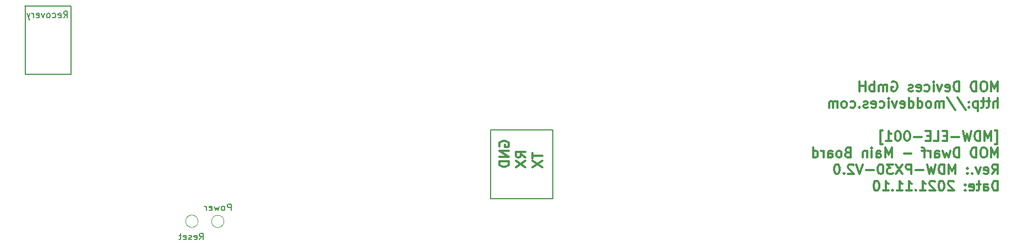
<source format=gbr>
G04 #@! TF.GenerationSoftware,KiCad,Pcbnew,5.1.11-e4df9d881f~92~ubuntu20.04.1*
G04 #@! TF.CreationDate,2021-12-20T18:09:23+01:00*
G04 #@! TF.ProjectId,bottom-board,626f7474-6f6d-42d6-926f-6172642e6b69,rev?*
G04 #@! TF.SameCoordinates,Original*
G04 #@! TF.FileFunction,Legend,Bot*
G04 #@! TF.FilePolarity,Positive*
%FSLAX46Y46*%
G04 Gerber Fmt 4.6, Leading zero omitted, Abs format (unit mm)*
G04 Created by KiCad (PCBNEW 5.1.11-e4df9d881f~92~ubuntu20.04.1) date 2021-12-20 18:09:23*
%MOMM*%
%LPD*%
G01*
G04 APERTURE LIST*
%ADD10C,0.150000*%
%ADD11C,0.300000*%
%ADD12C,0.200000*%
%ADD13C,0.120000*%
G04 APERTURE END LIST*
D10*
X166272300Y-126858700D02*
X166246900Y-116279600D01*
X175797300Y-126858700D02*
X166272300Y-126858700D01*
X175784600Y-116254200D02*
X175797300Y-126858700D01*
X166246900Y-116266900D02*
X175784600Y-116254200D01*
D11*
X244207857Y-110338571D02*
X244207857Y-108838571D01*
X243707857Y-109910000D01*
X243207857Y-108838571D01*
X243207857Y-110338571D01*
X242207857Y-108838571D02*
X241922142Y-108838571D01*
X241779285Y-108910000D01*
X241636428Y-109052857D01*
X241565000Y-109338571D01*
X241565000Y-109838571D01*
X241636428Y-110124285D01*
X241779285Y-110267142D01*
X241922142Y-110338571D01*
X242207857Y-110338571D01*
X242350714Y-110267142D01*
X242493571Y-110124285D01*
X242565000Y-109838571D01*
X242565000Y-109338571D01*
X242493571Y-109052857D01*
X242350714Y-108910000D01*
X242207857Y-108838571D01*
X240922142Y-110338571D02*
X240922142Y-108838571D01*
X240565000Y-108838571D01*
X240350714Y-108910000D01*
X240207857Y-109052857D01*
X240136428Y-109195714D01*
X240065000Y-109481428D01*
X240065000Y-109695714D01*
X240136428Y-109981428D01*
X240207857Y-110124285D01*
X240350714Y-110267142D01*
X240565000Y-110338571D01*
X240922142Y-110338571D01*
X238279285Y-110338571D02*
X238279285Y-108838571D01*
X237922142Y-108838571D01*
X237707857Y-108910000D01*
X237565000Y-109052857D01*
X237493571Y-109195714D01*
X237422142Y-109481428D01*
X237422142Y-109695714D01*
X237493571Y-109981428D01*
X237565000Y-110124285D01*
X237707857Y-110267142D01*
X237922142Y-110338571D01*
X238279285Y-110338571D01*
X236207857Y-110267142D02*
X236350714Y-110338571D01*
X236636428Y-110338571D01*
X236779285Y-110267142D01*
X236850714Y-110124285D01*
X236850714Y-109552857D01*
X236779285Y-109410000D01*
X236636428Y-109338571D01*
X236350714Y-109338571D01*
X236207857Y-109410000D01*
X236136428Y-109552857D01*
X236136428Y-109695714D01*
X236850714Y-109838571D01*
X235636428Y-109338571D02*
X235279285Y-110338571D01*
X234922142Y-109338571D01*
X234350714Y-110338571D02*
X234350714Y-109338571D01*
X234350714Y-108838571D02*
X234422142Y-108910000D01*
X234350714Y-108981428D01*
X234279285Y-108910000D01*
X234350714Y-108838571D01*
X234350714Y-108981428D01*
X232993571Y-110267142D02*
X233136428Y-110338571D01*
X233422142Y-110338571D01*
X233565000Y-110267142D01*
X233636428Y-110195714D01*
X233707857Y-110052857D01*
X233707857Y-109624285D01*
X233636428Y-109481428D01*
X233565000Y-109410000D01*
X233422142Y-109338571D01*
X233136428Y-109338571D01*
X232993571Y-109410000D01*
X231779285Y-110267142D02*
X231922142Y-110338571D01*
X232207857Y-110338571D01*
X232350714Y-110267142D01*
X232422142Y-110124285D01*
X232422142Y-109552857D01*
X232350714Y-109410000D01*
X232207857Y-109338571D01*
X231922142Y-109338571D01*
X231779285Y-109410000D01*
X231707857Y-109552857D01*
X231707857Y-109695714D01*
X232422142Y-109838571D01*
X231136428Y-110267142D02*
X230993571Y-110338571D01*
X230707857Y-110338571D01*
X230565000Y-110267142D01*
X230493571Y-110124285D01*
X230493571Y-110052857D01*
X230565000Y-109910000D01*
X230707857Y-109838571D01*
X230922142Y-109838571D01*
X231065000Y-109767142D01*
X231136428Y-109624285D01*
X231136428Y-109552857D01*
X231065000Y-109410000D01*
X230922142Y-109338571D01*
X230707857Y-109338571D01*
X230565000Y-109410000D01*
X227922142Y-108910000D02*
X228065000Y-108838571D01*
X228279285Y-108838571D01*
X228493571Y-108910000D01*
X228636428Y-109052857D01*
X228707857Y-109195714D01*
X228779285Y-109481428D01*
X228779285Y-109695714D01*
X228707857Y-109981428D01*
X228636428Y-110124285D01*
X228493571Y-110267142D01*
X228279285Y-110338571D01*
X228136428Y-110338571D01*
X227922142Y-110267142D01*
X227850714Y-110195714D01*
X227850714Y-109695714D01*
X228136428Y-109695714D01*
X227207857Y-110338571D02*
X227207857Y-109338571D01*
X227207857Y-109481428D02*
X227136428Y-109410000D01*
X226993571Y-109338571D01*
X226779285Y-109338571D01*
X226636428Y-109410000D01*
X226565000Y-109552857D01*
X226565000Y-110338571D01*
X226565000Y-109552857D02*
X226493571Y-109410000D01*
X226350714Y-109338571D01*
X226136428Y-109338571D01*
X225993571Y-109410000D01*
X225922142Y-109552857D01*
X225922142Y-110338571D01*
X225207857Y-110338571D02*
X225207857Y-108838571D01*
X225207857Y-109410000D02*
X225065000Y-109338571D01*
X224779285Y-109338571D01*
X224636428Y-109410000D01*
X224565000Y-109481428D01*
X224493571Y-109624285D01*
X224493571Y-110052857D01*
X224565000Y-110195714D01*
X224636428Y-110267142D01*
X224779285Y-110338571D01*
X225065000Y-110338571D01*
X225207857Y-110267142D01*
X223850714Y-110338571D02*
X223850714Y-108838571D01*
X223850714Y-109552857D02*
X222993571Y-109552857D01*
X222993571Y-110338571D02*
X222993571Y-108838571D01*
X244207857Y-112888571D02*
X244207857Y-111388571D01*
X243565000Y-112888571D02*
X243565000Y-112102857D01*
X243636428Y-111960000D01*
X243779285Y-111888571D01*
X243993571Y-111888571D01*
X244136428Y-111960000D01*
X244207857Y-112031428D01*
X243065000Y-111888571D02*
X242493571Y-111888571D01*
X242850714Y-111388571D02*
X242850714Y-112674285D01*
X242779285Y-112817142D01*
X242636428Y-112888571D01*
X242493571Y-112888571D01*
X242207857Y-111888571D02*
X241636428Y-111888571D01*
X241993571Y-111388571D02*
X241993571Y-112674285D01*
X241922142Y-112817142D01*
X241779285Y-112888571D01*
X241636428Y-112888571D01*
X241136428Y-111888571D02*
X241136428Y-113388571D01*
X241136428Y-111960000D02*
X240993571Y-111888571D01*
X240707857Y-111888571D01*
X240565000Y-111960000D01*
X240493571Y-112031428D01*
X240422142Y-112174285D01*
X240422142Y-112602857D01*
X240493571Y-112745714D01*
X240565000Y-112817142D01*
X240707857Y-112888571D01*
X240993571Y-112888571D01*
X241136428Y-112817142D01*
X239779285Y-112745714D02*
X239707857Y-112817142D01*
X239779285Y-112888571D01*
X239850714Y-112817142D01*
X239779285Y-112745714D01*
X239779285Y-112888571D01*
X239779285Y-111960000D02*
X239707857Y-112031428D01*
X239779285Y-112102857D01*
X239850714Y-112031428D01*
X239779285Y-111960000D01*
X239779285Y-112102857D01*
X237993571Y-111317142D02*
X239279285Y-113245714D01*
X236422142Y-111317142D02*
X237707857Y-113245714D01*
X235922142Y-112888571D02*
X235922142Y-111888571D01*
X235922142Y-112031428D02*
X235850714Y-111960000D01*
X235707857Y-111888571D01*
X235493571Y-111888571D01*
X235350714Y-111960000D01*
X235279285Y-112102857D01*
X235279285Y-112888571D01*
X235279285Y-112102857D02*
X235207857Y-111960000D01*
X235065000Y-111888571D01*
X234850714Y-111888571D01*
X234707857Y-111960000D01*
X234636428Y-112102857D01*
X234636428Y-112888571D01*
X233707857Y-112888571D02*
X233850714Y-112817142D01*
X233922142Y-112745714D01*
X233993571Y-112602857D01*
X233993571Y-112174285D01*
X233922142Y-112031428D01*
X233850714Y-111960000D01*
X233707857Y-111888571D01*
X233493571Y-111888571D01*
X233350714Y-111960000D01*
X233279285Y-112031428D01*
X233207857Y-112174285D01*
X233207857Y-112602857D01*
X233279285Y-112745714D01*
X233350714Y-112817142D01*
X233493571Y-112888571D01*
X233707857Y-112888571D01*
X231922142Y-112888571D02*
X231922142Y-111388571D01*
X231922142Y-112817142D02*
X232065000Y-112888571D01*
X232350714Y-112888571D01*
X232493571Y-112817142D01*
X232565000Y-112745714D01*
X232636428Y-112602857D01*
X232636428Y-112174285D01*
X232565000Y-112031428D01*
X232493571Y-111960000D01*
X232350714Y-111888571D01*
X232065000Y-111888571D01*
X231922142Y-111960000D01*
X230565000Y-112888571D02*
X230565000Y-111388571D01*
X230565000Y-112817142D02*
X230707857Y-112888571D01*
X230993571Y-112888571D01*
X231136428Y-112817142D01*
X231207857Y-112745714D01*
X231279285Y-112602857D01*
X231279285Y-112174285D01*
X231207857Y-112031428D01*
X231136428Y-111960000D01*
X230993571Y-111888571D01*
X230707857Y-111888571D01*
X230565000Y-111960000D01*
X229279285Y-112817142D02*
X229422142Y-112888571D01*
X229707857Y-112888571D01*
X229850714Y-112817142D01*
X229922142Y-112674285D01*
X229922142Y-112102857D01*
X229850714Y-111960000D01*
X229707857Y-111888571D01*
X229422142Y-111888571D01*
X229279285Y-111960000D01*
X229207857Y-112102857D01*
X229207857Y-112245714D01*
X229922142Y-112388571D01*
X228707857Y-111888571D02*
X228350714Y-112888571D01*
X227993571Y-111888571D01*
X227422142Y-112888571D02*
X227422142Y-111888571D01*
X227422142Y-111388571D02*
X227493571Y-111460000D01*
X227422142Y-111531428D01*
X227350714Y-111460000D01*
X227422142Y-111388571D01*
X227422142Y-111531428D01*
X226065000Y-112817142D02*
X226207857Y-112888571D01*
X226493571Y-112888571D01*
X226636428Y-112817142D01*
X226707857Y-112745714D01*
X226779285Y-112602857D01*
X226779285Y-112174285D01*
X226707857Y-112031428D01*
X226636428Y-111960000D01*
X226493571Y-111888571D01*
X226207857Y-111888571D01*
X226065000Y-111960000D01*
X224850714Y-112817142D02*
X224993571Y-112888571D01*
X225279285Y-112888571D01*
X225422142Y-112817142D01*
X225493571Y-112674285D01*
X225493571Y-112102857D01*
X225422142Y-111960000D01*
X225279285Y-111888571D01*
X224993571Y-111888571D01*
X224850714Y-111960000D01*
X224779285Y-112102857D01*
X224779285Y-112245714D01*
X225493571Y-112388571D01*
X224207857Y-112817142D02*
X224065000Y-112888571D01*
X223779285Y-112888571D01*
X223636428Y-112817142D01*
X223565000Y-112674285D01*
X223565000Y-112602857D01*
X223636428Y-112460000D01*
X223779285Y-112388571D01*
X223993571Y-112388571D01*
X224136428Y-112317142D01*
X224207857Y-112174285D01*
X224207857Y-112102857D01*
X224136428Y-111960000D01*
X223993571Y-111888571D01*
X223779285Y-111888571D01*
X223636428Y-111960000D01*
X222922142Y-112745714D02*
X222850714Y-112817142D01*
X222922142Y-112888571D01*
X222993571Y-112817142D01*
X222922142Y-112745714D01*
X222922142Y-112888571D01*
X221565000Y-112817142D02*
X221707857Y-112888571D01*
X221993571Y-112888571D01*
X222136428Y-112817142D01*
X222207857Y-112745714D01*
X222279285Y-112602857D01*
X222279285Y-112174285D01*
X222207857Y-112031428D01*
X222136428Y-111960000D01*
X221993571Y-111888571D01*
X221707857Y-111888571D01*
X221565000Y-111960000D01*
X220707857Y-112888571D02*
X220850714Y-112817142D01*
X220922142Y-112745714D01*
X220993571Y-112602857D01*
X220993571Y-112174285D01*
X220922142Y-112031428D01*
X220850714Y-111960000D01*
X220707857Y-111888571D01*
X220493571Y-111888571D01*
X220350714Y-111960000D01*
X220279285Y-112031428D01*
X220207857Y-112174285D01*
X220207857Y-112602857D01*
X220279285Y-112745714D01*
X220350714Y-112817142D01*
X220493571Y-112888571D01*
X220707857Y-112888571D01*
X219565000Y-112888571D02*
X219565000Y-111888571D01*
X219565000Y-112031428D02*
X219493571Y-111960000D01*
X219350714Y-111888571D01*
X219136428Y-111888571D01*
X218993571Y-111960000D01*
X218922142Y-112102857D01*
X218922142Y-112888571D01*
X218922142Y-112102857D02*
X218850714Y-111960000D01*
X218707857Y-111888571D01*
X218493571Y-111888571D01*
X218350714Y-111960000D01*
X218279285Y-112102857D01*
X218279285Y-112888571D01*
X243779285Y-118488571D02*
X244136428Y-118488571D01*
X244136428Y-116345714D01*
X243779285Y-116345714D01*
X243207857Y-117988571D02*
X243207857Y-116488571D01*
X242707857Y-117560000D01*
X242207857Y-116488571D01*
X242207857Y-117988571D01*
X241493571Y-117988571D02*
X241493571Y-116488571D01*
X241136428Y-116488571D01*
X240922142Y-116560000D01*
X240779285Y-116702857D01*
X240707857Y-116845714D01*
X240636428Y-117131428D01*
X240636428Y-117345714D01*
X240707857Y-117631428D01*
X240779285Y-117774285D01*
X240922142Y-117917142D01*
X241136428Y-117988571D01*
X241493571Y-117988571D01*
X240136428Y-116488571D02*
X239779285Y-117988571D01*
X239493571Y-116917142D01*
X239207857Y-117988571D01*
X238850714Y-116488571D01*
X238279285Y-117417142D02*
X237136428Y-117417142D01*
X236422142Y-117202857D02*
X235922142Y-117202857D01*
X235707857Y-117988571D02*
X236422142Y-117988571D01*
X236422142Y-116488571D01*
X235707857Y-116488571D01*
X234350714Y-117988571D02*
X235065000Y-117988571D01*
X235065000Y-116488571D01*
X233850714Y-117202857D02*
X233350714Y-117202857D01*
X233136428Y-117988571D02*
X233850714Y-117988571D01*
X233850714Y-116488571D01*
X233136428Y-116488571D01*
X232493571Y-117417142D02*
X231350714Y-117417142D01*
X230350714Y-116488571D02*
X230207857Y-116488571D01*
X230065000Y-116560000D01*
X229993571Y-116631428D01*
X229922142Y-116774285D01*
X229850714Y-117060000D01*
X229850714Y-117417142D01*
X229922142Y-117702857D01*
X229993571Y-117845714D01*
X230065000Y-117917142D01*
X230207857Y-117988571D01*
X230350714Y-117988571D01*
X230493571Y-117917142D01*
X230565000Y-117845714D01*
X230636428Y-117702857D01*
X230707857Y-117417142D01*
X230707857Y-117060000D01*
X230636428Y-116774285D01*
X230565000Y-116631428D01*
X230493571Y-116560000D01*
X230350714Y-116488571D01*
X228922142Y-116488571D02*
X228779285Y-116488571D01*
X228636428Y-116560000D01*
X228565000Y-116631428D01*
X228493571Y-116774285D01*
X228422142Y-117060000D01*
X228422142Y-117417142D01*
X228493571Y-117702857D01*
X228565000Y-117845714D01*
X228636428Y-117917142D01*
X228779285Y-117988571D01*
X228922142Y-117988571D01*
X229065000Y-117917142D01*
X229136428Y-117845714D01*
X229207857Y-117702857D01*
X229279285Y-117417142D01*
X229279285Y-117060000D01*
X229207857Y-116774285D01*
X229136428Y-116631428D01*
X229065000Y-116560000D01*
X228922142Y-116488571D01*
X226993571Y-117988571D02*
X227850714Y-117988571D01*
X227422142Y-117988571D02*
X227422142Y-116488571D01*
X227565000Y-116702857D01*
X227707857Y-116845714D01*
X227850714Y-116917142D01*
X226493571Y-118488571D02*
X226136428Y-118488571D01*
X226136428Y-116345714D01*
X226493571Y-116345714D01*
X244207857Y-120538571D02*
X244207857Y-119038571D01*
X243707857Y-120110000D01*
X243207857Y-119038571D01*
X243207857Y-120538571D01*
X242207857Y-119038571D02*
X241922142Y-119038571D01*
X241779285Y-119110000D01*
X241636428Y-119252857D01*
X241565000Y-119538571D01*
X241565000Y-120038571D01*
X241636428Y-120324285D01*
X241779285Y-120467142D01*
X241922142Y-120538571D01*
X242207857Y-120538571D01*
X242350714Y-120467142D01*
X242493571Y-120324285D01*
X242565000Y-120038571D01*
X242565000Y-119538571D01*
X242493571Y-119252857D01*
X242350714Y-119110000D01*
X242207857Y-119038571D01*
X240922142Y-120538571D02*
X240922142Y-119038571D01*
X240565000Y-119038571D01*
X240350714Y-119110000D01*
X240207857Y-119252857D01*
X240136428Y-119395714D01*
X240065000Y-119681428D01*
X240065000Y-119895714D01*
X240136428Y-120181428D01*
X240207857Y-120324285D01*
X240350714Y-120467142D01*
X240565000Y-120538571D01*
X240922142Y-120538571D01*
X238279285Y-120538571D02*
X238279285Y-119038571D01*
X237922142Y-119038571D01*
X237707857Y-119110000D01*
X237565000Y-119252857D01*
X237493571Y-119395714D01*
X237422142Y-119681428D01*
X237422142Y-119895714D01*
X237493571Y-120181428D01*
X237565000Y-120324285D01*
X237707857Y-120467142D01*
X237922142Y-120538571D01*
X238279285Y-120538571D01*
X236922142Y-119538571D02*
X236636428Y-120538571D01*
X236350714Y-119824285D01*
X236065000Y-120538571D01*
X235779285Y-119538571D01*
X234565000Y-120538571D02*
X234565000Y-119752857D01*
X234636428Y-119610000D01*
X234779285Y-119538571D01*
X235065000Y-119538571D01*
X235207857Y-119610000D01*
X234565000Y-120467142D02*
X234707857Y-120538571D01*
X235065000Y-120538571D01*
X235207857Y-120467142D01*
X235279285Y-120324285D01*
X235279285Y-120181428D01*
X235207857Y-120038571D01*
X235065000Y-119967142D01*
X234707857Y-119967142D01*
X234565000Y-119895714D01*
X233850714Y-120538571D02*
X233850714Y-119538571D01*
X233850714Y-119824285D02*
X233779285Y-119681428D01*
X233707857Y-119610000D01*
X233565000Y-119538571D01*
X233422142Y-119538571D01*
X233136428Y-119538571D02*
X232565000Y-119538571D01*
X232922142Y-120538571D02*
X232922142Y-119252857D01*
X232850714Y-119110000D01*
X232707857Y-119038571D01*
X232565000Y-119038571D01*
X230922142Y-119967142D02*
X229779285Y-119967142D01*
X227922142Y-120538571D02*
X227922142Y-119038571D01*
X227422142Y-120110000D01*
X226922142Y-119038571D01*
X226922142Y-120538571D01*
X225565000Y-120538571D02*
X225565000Y-119752857D01*
X225636428Y-119610000D01*
X225779285Y-119538571D01*
X226065000Y-119538571D01*
X226207857Y-119610000D01*
X225565000Y-120467142D02*
X225707857Y-120538571D01*
X226065000Y-120538571D01*
X226207857Y-120467142D01*
X226279285Y-120324285D01*
X226279285Y-120181428D01*
X226207857Y-120038571D01*
X226065000Y-119967142D01*
X225707857Y-119967142D01*
X225565000Y-119895714D01*
X224850714Y-120538571D02*
X224850714Y-119538571D01*
X224850714Y-119038571D02*
X224922142Y-119110000D01*
X224850714Y-119181428D01*
X224779285Y-119110000D01*
X224850714Y-119038571D01*
X224850714Y-119181428D01*
X224136428Y-119538571D02*
X224136428Y-120538571D01*
X224136428Y-119681428D02*
X224065000Y-119610000D01*
X223922142Y-119538571D01*
X223707857Y-119538571D01*
X223565000Y-119610000D01*
X223493571Y-119752857D01*
X223493571Y-120538571D01*
X221136428Y-119752857D02*
X220922142Y-119824285D01*
X220850714Y-119895714D01*
X220779285Y-120038571D01*
X220779285Y-120252857D01*
X220850714Y-120395714D01*
X220922142Y-120467142D01*
X221065000Y-120538571D01*
X221636428Y-120538571D01*
X221636428Y-119038571D01*
X221136428Y-119038571D01*
X220993571Y-119110000D01*
X220922142Y-119181428D01*
X220850714Y-119324285D01*
X220850714Y-119467142D01*
X220922142Y-119610000D01*
X220993571Y-119681428D01*
X221136428Y-119752857D01*
X221636428Y-119752857D01*
X219922142Y-120538571D02*
X220065000Y-120467142D01*
X220136428Y-120395714D01*
X220207857Y-120252857D01*
X220207857Y-119824285D01*
X220136428Y-119681428D01*
X220065000Y-119610000D01*
X219922142Y-119538571D01*
X219707857Y-119538571D01*
X219565000Y-119610000D01*
X219493571Y-119681428D01*
X219422142Y-119824285D01*
X219422142Y-120252857D01*
X219493571Y-120395714D01*
X219565000Y-120467142D01*
X219707857Y-120538571D01*
X219922142Y-120538571D01*
X218136428Y-120538571D02*
X218136428Y-119752857D01*
X218207857Y-119610000D01*
X218350714Y-119538571D01*
X218636428Y-119538571D01*
X218779285Y-119610000D01*
X218136428Y-120467142D02*
X218279285Y-120538571D01*
X218636428Y-120538571D01*
X218779285Y-120467142D01*
X218850714Y-120324285D01*
X218850714Y-120181428D01*
X218779285Y-120038571D01*
X218636428Y-119967142D01*
X218279285Y-119967142D01*
X218136428Y-119895714D01*
X217422142Y-120538571D02*
X217422142Y-119538571D01*
X217422142Y-119824285D02*
X217350714Y-119681428D01*
X217279285Y-119610000D01*
X217136428Y-119538571D01*
X216993571Y-119538571D01*
X215850714Y-120538571D02*
X215850714Y-119038571D01*
X215850714Y-120467142D02*
X215993571Y-120538571D01*
X216279285Y-120538571D01*
X216422142Y-120467142D01*
X216493571Y-120395714D01*
X216565000Y-120252857D01*
X216565000Y-119824285D01*
X216493571Y-119681428D01*
X216422142Y-119610000D01*
X216279285Y-119538571D01*
X215993571Y-119538571D01*
X215850714Y-119610000D01*
X243350714Y-123088571D02*
X243850714Y-122374285D01*
X244207857Y-123088571D02*
X244207857Y-121588571D01*
X243636428Y-121588571D01*
X243493571Y-121660000D01*
X243422142Y-121731428D01*
X243350714Y-121874285D01*
X243350714Y-122088571D01*
X243422142Y-122231428D01*
X243493571Y-122302857D01*
X243636428Y-122374285D01*
X244207857Y-122374285D01*
X242136428Y-123017142D02*
X242279285Y-123088571D01*
X242565000Y-123088571D01*
X242707857Y-123017142D01*
X242779285Y-122874285D01*
X242779285Y-122302857D01*
X242707857Y-122160000D01*
X242565000Y-122088571D01*
X242279285Y-122088571D01*
X242136428Y-122160000D01*
X242065000Y-122302857D01*
X242065000Y-122445714D01*
X242779285Y-122588571D01*
X241565000Y-122088571D02*
X241207857Y-123088571D01*
X240850714Y-122088571D01*
X240279285Y-122945714D02*
X240207857Y-123017142D01*
X240279285Y-123088571D01*
X240350714Y-123017142D01*
X240279285Y-122945714D01*
X240279285Y-123088571D01*
X239565000Y-122945714D02*
X239493571Y-123017142D01*
X239565000Y-123088571D01*
X239636428Y-123017142D01*
X239565000Y-122945714D01*
X239565000Y-123088571D01*
X239565000Y-122160000D02*
X239493571Y-122231428D01*
X239565000Y-122302857D01*
X239636428Y-122231428D01*
X239565000Y-122160000D01*
X239565000Y-122302857D01*
X237707857Y-123088571D02*
X237707857Y-121588571D01*
X237207857Y-122660000D01*
X236707857Y-121588571D01*
X236707857Y-123088571D01*
X235993571Y-123088571D02*
X235993571Y-121588571D01*
X235636428Y-121588571D01*
X235422142Y-121660000D01*
X235279285Y-121802857D01*
X235207857Y-121945714D01*
X235136428Y-122231428D01*
X235136428Y-122445714D01*
X235207857Y-122731428D01*
X235279285Y-122874285D01*
X235422142Y-123017142D01*
X235636428Y-123088571D01*
X235993571Y-123088571D01*
X234636428Y-121588571D02*
X234279285Y-123088571D01*
X233993571Y-122017142D01*
X233707857Y-123088571D01*
X233350714Y-121588571D01*
X232779285Y-122517142D02*
X231636428Y-122517142D01*
X230922142Y-123088571D02*
X230922142Y-121588571D01*
X230350714Y-121588571D01*
X230207857Y-121660000D01*
X230136428Y-121731428D01*
X230065000Y-121874285D01*
X230065000Y-122088571D01*
X230136428Y-122231428D01*
X230207857Y-122302857D01*
X230350714Y-122374285D01*
X230922142Y-122374285D01*
X229565000Y-121588571D02*
X228565000Y-123088571D01*
X228565000Y-121588571D02*
X229565000Y-123088571D01*
X228136428Y-121588571D02*
X227207857Y-121588571D01*
X227707857Y-122160000D01*
X227493571Y-122160000D01*
X227350714Y-122231428D01*
X227279285Y-122302857D01*
X227207857Y-122445714D01*
X227207857Y-122802857D01*
X227279285Y-122945714D01*
X227350714Y-123017142D01*
X227493571Y-123088571D01*
X227922142Y-123088571D01*
X228065000Y-123017142D01*
X228136428Y-122945714D01*
X226279285Y-121588571D02*
X226136428Y-121588571D01*
X225993571Y-121660000D01*
X225922142Y-121731428D01*
X225850714Y-121874285D01*
X225779285Y-122160000D01*
X225779285Y-122517142D01*
X225850714Y-122802857D01*
X225922142Y-122945714D01*
X225993571Y-123017142D01*
X226136428Y-123088571D01*
X226279285Y-123088571D01*
X226422142Y-123017142D01*
X226493571Y-122945714D01*
X226565000Y-122802857D01*
X226636428Y-122517142D01*
X226636428Y-122160000D01*
X226565000Y-121874285D01*
X226493571Y-121731428D01*
X226422142Y-121660000D01*
X226279285Y-121588571D01*
X225136428Y-122517142D02*
X223993571Y-122517142D01*
X223493571Y-121588571D02*
X222993571Y-123088571D01*
X222493571Y-121588571D01*
X222065000Y-121731428D02*
X221993571Y-121660000D01*
X221850714Y-121588571D01*
X221493571Y-121588571D01*
X221350714Y-121660000D01*
X221279285Y-121731428D01*
X221207857Y-121874285D01*
X221207857Y-122017142D01*
X221279285Y-122231428D01*
X222136428Y-123088571D01*
X221207857Y-123088571D01*
X220565000Y-122945714D02*
X220493571Y-123017142D01*
X220565000Y-123088571D01*
X220636428Y-123017142D01*
X220565000Y-122945714D01*
X220565000Y-123088571D01*
X219565000Y-121588571D02*
X219422142Y-121588571D01*
X219279285Y-121660000D01*
X219207857Y-121731428D01*
X219136428Y-121874285D01*
X219065000Y-122160000D01*
X219065000Y-122517142D01*
X219136428Y-122802857D01*
X219207857Y-122945714D01*
X219279285Y-123017142D01*
X219422142Y-123088571D01*
X219565000Y-123088571D01*
X219707857Y-123017142D01*
X219779285Y-122945714D01*
X219850714Y-122802857D01*
X219922142Y-122517142D01*
X219922142Y-122160000D01*
X219850714Y-121874285D01*
X219779285Y-121731428D01*
X219707857Y-121660000D01*
X219565000Y-121588571D01*
X244207857Y-125638571D02*
X244207857Y-124138571D01*
X243850714Y-124138571D01*
X243636428Y-124210000D01*
X243493571Y-124352857D01*
X243422142Y-124495714D01*
X243350714Y-124781428D01*
X243350714Y-124995714D01*
X243422142Y-125281428D01*
X243493571Y-125424285D01*
X243636428Y-125567142D01*
X243850714Y-125638571D01*
X244207857Y-125638571D01*
X242065000Y-125638571D02*
X242065000Y-124852857D01*
X242136428Y-124710000D01*
X242279285Y-124638571D01*
X242565000Y-124638571D01*
X242707857Y-124710000D01*
X242065000Y-125567142D02*
X242207857Y-125638571D01*
X242565000Y-125638571D01*
X242707857Y-125567142D01*
X242779285Y-125424285D01*
X242779285Y-125281428D01*
X242707857Y-125138571D01*
X242565000Y-125067142D01*
X242207857Y-125067142D01*
X242065000Y-124995714D01*
X241564999Y-124638571D02*
X240993571Y-124638571D01*
X241350714Y-124138571D02*
X241350714Y-125424285D01*
X241279285Y-125567142D01*
X241136428Y-125638571D01*
X240993571Y-125638571D01*
X239922142Y-125567142D02*
X240065000Y-125638571D01*
X240350714Y-125638571D01*
X240493571Y-125567142D01*
X240565000Y-125424285D01*
X240565000Y-124852857D01*
X240493571Y-124710000D01*
X240350714Y-124638571D01*
X240065000Y-124638571D01*
X239922142Y-124710000D01*
X239850714Y-124852857D01*
X239850714Y-124995714D01*
X240565000Y-125138571D01*
X239207857Y-125495714D02*
X239136428Y-125567142D01*
X239207857Y-125638571D01*
X239279285Y-125567142D01*
X239207857Y-125495714D01*
X239207857Y-125638571D01*
X239207857Y-124710000D02*
X239136428Y-124781428D01*
X239207857Y-124852857D01*
X239279285Y-124781428D01*
X239207857Y-124710000D01*
X239207857Y-124852857D01*
X237422142Y-124281428D02*
X237350714Y-124210000D01*
X237207857Y-124138571D01*
X236850714Y-124138571D01*
X236707857Y-124210000D01*
X236636428Y-124281428D01*
X236565000Y-124424285D01*
X236565000Y-124567142D01*
X236636428Y-124781428D01*
X237493571Y-125638571D01*
X236565000Y-125638571D01*
X235636428Y-124138571D02*
X235493571Y-124138571D01*
X235350714Y-124210000D01*
X235279285Y-124281428D01*
X235207857Y-124424285D01*
X235136428Y-124710000D01*
X235136428Y-125067142D01*
X235207857Y-125352857D01*
X235279285Y-125495714D01*
X235350714Y-125567142D01*
X235493571Y-125638571D01*
X235636428Y-125638571D01*
X235779285Y-125567142D01*
X235850714Y-125495714D01*
X235922142Y-125352857D01*
X235993571Y-125067142D01*
X235993571Y-124710000D01*
X235922142Y-124424285D01*
X235850714Y-124281428D01*
X235779285Y-124210000D01*
X235636428Y-124138571D01*
X234564999Y-124281428D02*
X234493571Y-124210000D01*
X234350714Y-124138571D01*
X233993571Y-124138571D01*
X233850714Y-124210000D01*
X233779285Y-124281428D01*
X233707857Y-124424285D01*
X233707857Y-124567142D01*
X233779285Y-124781428D01*
X234636428Y-125638571D01*
X233707857Y-125638571D01*
X232279285Y-125638571D02*
X233136428Y-125638571D01*
X232707857Y-125638571D02*
X232707857Y-124138571D01*
X232850714Y-124352857D01*
X232993571Y-124495714D01*
X233136428Y-124567142D01*
X231636428Y-125495714D02*
X231564999Y-125567142D01*
X231636428Y-125638571D01*
X231707857Y-125567142D01*
X231636428Y-125495714D01*
X231636428Y-125638571D01*
X230136428Y-125638571D02*
X230993571Y-125638571D01*
X230564999Y-125638571D02*
X230564999Y-124138571D01*
X230707857Y-124352857D01*
X230850714Y-124495714D01*
X230993571Y-124567142D01*
X228707857Y-125638571D02*
X229564999Y-125638571D01*
X229136428Y-125638571D02*
X229136428Y-124138571D01*
X229279285Y-124352857D01*
X229422142Y-124495714D01*
X229564999Y-124567142D01*
X228064999Y-125495714D02*
X227993571Y-125567142D01*
X228064999Y-125638571D01*
X228136428Y-125567142D01*
X228064999Y-125495714D01*
X228064999Y-125638571D01*
X226564999Y-125638571D02*
X227422142Y-125638571D01*
X226993571Y-125638571D02*
X226993571Y-124138571D01*
X227136428Y-124352857D01*
X227279285Y-124495714D01*
X227422142Y-124567142D01*
X225636428Y-124138571D02*
X225493571Y-124138571D01*
X225350714Y-124210000D01*
X225279285Y-124281428D01*
X225207857Y-124424285D01*
X225136428Y-124710000D01*
X225136428Y-125067142D01*
X225207857Y-125352857D01*
X225279285Y-125495714D01*
X225350714Y-125567142D01*
X225493571Y-125638571D01*
X225636428Y-125638571D01*
X225779285Y-125567142D01*
X225850714Y-125495714D01*
X225922142Y-125352857D01*
X225993571Y-125067142D01*
X225993571Y-124710000D01*
X225922142Y-124424285D01*
X225850714Y-124281428D01*
X225779285Y-124210000D01*
X225636428Y-124138571D01*
D10*
X94657800Y-97267600D02*
X94710000Y-107730000D01*
D12*
X100585076Y-99037980D02*
X100918409Y-98561790D01*
X101156504Y-99037980D02*
X101156504Y-98037980D01*
X100775552Y-98037980D01*
X100680314Y-98085600D01*
X100632695Y-98133219D01*
X100585076Y-98228457D01*
X100585076Y-98371314D01*
X100632695Y-98466552D01*
X100680314Y-98514171D01*
X100775552Y-98561790D01*
X101156504Y-98561790D01*
X99775552Y-98990361D02*
X99870790Y-99037980D01*
X100061266Y-99037980D01*
X100156504Y-98990361D01*
X100204123Y-98895123D01*
X100204123Y-98514171D01*
X100156504Y-98418933D01*
X100061266Y-98371314D01*
X99870790Y-98371314D01*
X99775552Y-98418933D01*
X99727933Y-98514171D01*
X99727933Y-98609409D01*
X100204123Y-98704647D01*
X98870790Y-98990361D02*
X98966028Y-99037980D01*
X99156504Y-99037980D01*
X99251742Y-98990361D01*
X99299361Y-98942742D01*
X99346980Y-98847504D01*
X99346980Y-98561790D01*
X99299361Y-98466552D01*
X99251742Y-98418933D01*
X99156504Y-98371314D01*
X98966028Y-98371314D01*
X98870790Y-98418933D01*
X98299361Y-99037980D02*
X98394600Y-98990361D01*
X98442219Y-98942742D01*
X98489838Y-98847504D01*
X98489838Y-98561790D01*
X98442219Y-98466552D01*
X98394600Y-98418933D01*
X98299361Y-98371314D01*
X98156504Y-98371314D01*
X98061266Y-98418933D01*
X98013647Y-98466552D01*
X97966028Y-98561790D01*
X97966028Y-98847504D01*
X98013647Y-98942742D01*
X98061266Y-98990361D01*
X98156504Y-99037980D01*
X98299361Y-99037980D01*
X97632695Y-98371314D02*
X97394600Y-99037980D01*
X97156504Y-98371314D01*
X96394600Y-98990361D02*
X96489838Y-99037980D01*
X96680314Y-99037980D01*
X96775552Y-98990361D01*
X96823171Y-98895123D01*
X96823171Y-98514171D01*
X96775552Y-98418933D01*
X96680314Y-98371314D01*
X96489838Y-98371314D01*
X96394600Y-98418933D01*
X96346980Y-98514171D01*
X96346980Y-98609409D01*
X96823171Y-98704647D01*
X95918409Y-99037980D02*
X95918409Y-98371314D01*
X95918409Y-98561790D02*
X95870790Y-98466552D01*
X95823171Y-98418933D01*
X95727933Y-98371314D01*
X95632695Y-98371314D01*
X95394600Y-98371314D02*
X95156504Y-99037980D01*
X94918409Y-98371314D02*
X95156504Y-99037980D01*
X95251742Y-99276076D01*
X95299361Y-99323695D01*
X95394600Y-99371314D01*
D11*
X167630000Y-118836428D02*
X167558571Y-118693571D01*
X167558571Y-118479285D01*
X167630000Y-118265000D01*
X167772857Y-118122142D01*
X167915714Y-118050714D01*
X168201428Y-117979285D01*
X168415714Y-117979285D01*
X168701428Y-118050714D01*
X168844285Y-118122142D01*
X168987142Y-118265000D01*
X169058571Y-118479285D01*
X169058571Y-118622142D01*
X168987142Y-118836428D01*
X168915714Y-118907857D01*
X168415714Y-118907857D01*
X168415714Y-118622142D01*
X169058571Y-119550714D02*
X167558571Y-119550714D01*
X169058571Y-120407857D01*
X167558571Y-120407857D01*
X169058571Y-121122142D02*
X167558571Y-121122142D01*
X167558571Y-121479285D01*
X167630000Y-121693571D01*
X167772857Y-121836428D01*
X167915714Y-121907857D01*
X168201428Y-121979285D01*
X168415714Y-121979285D01*
X168701428Y-121907857D01*
X168844285Y-121836428D01*
X168987142Y-121693571D01*
X169058571Y-121479285D01*
X169058571Y-121122142D01*
X171608571Y-120550714D02*
X170894285Y-120050714D01*
X171608571Y-119693571D02*
X170108571Y-119693571D01*
X170108571Y-120265000D01*
X170180000Y-120407857D01*
X170251428Y-120479285D01*
X170394285Y-120550714D01*
X170608571Y-120550714D01*
X170751428Y-120479285D01*
X170822857Y-120407857D01*
X170894285Y-120265000D01*
X170894285Y-119693571D01*
X170108571Y-121050714D02*
X171608571Y-122050714D01*
X170108571Y-122050714D02*
X171608571Y-121050714D01*
X172658571Y-119836428D02*
X172658571Y-120693571D01*
X174158571Y-120265000D02*
X172658571Y-120265000D01*
X172658571Y-121050714D02*
X174158571Y-122050714D01*
X172658571Y-122050714D02*
X174158571Y-121050714D01*
D10*
X101727800Y-97307600D02*
X101710000Y-107730000D01*
X94710000Y-107730000D02*
X101672200Y-107730000D01*
X101678200Y-97282000D02*
X94617000Y-97282000D01*
D13*
X125230000Y-130370000D02*
G75*
G03*
X125230000Y-130370000I-950000J0D01*
G01*
X121250000Y-130350000D02*
G75*
G03*
X121250000Y-130350000I-950000J0D01*
G01*
D10*
X126326190Y-128692380D02*
X126326190Y-127692380D01*
X125945238Y-127692380D01*
X125850000Y-127740000D01*
X125802380Y-127787619D01*
X125754761Y-127882857D01*
X125754761Y-128025714D01*
X125802380Y-128120952D01*
X125850000Y-128168571D01*
X125945238Y-128216190D01*
X126326190Y-128216190D01*
X125183333Y-128692380D02*
X125278571Y-128644761D01*
X125326190Y-128597142D01*
X125373809Y-128501904D01*
X125373809Y-128216190D01*
X125326190Y-128120952D01*
X125278571Y-128073333D01*
X125183333Y-128025714D01*
X125040476Y-128025714D01*
X124945238Y-128073333D01*
X124897619Y-128120952D01*
X124850000Y-128216190D01*
X124850000Y-128501904D01*
X124897619Y-128597142D01*
X124945238Y-128644761D01*
X125040476Y-128692380D01*
X125183333Y-128692380D01*
X124516666Y-128025714D02*
X124326190Y-128692380D01*
X124135714Y-128216190D01*
X123945238Y-128692380D01*
X123754761Y-128025714D01*
X122992857Y-128644761D02*
X123088095Y-128692380D01*
X123278571Y-128692380D01*
X123373809Y-128644761D01*
X123421428Y-128549523D01*
X123421428Y-128168571D01*
X123373809Y-128073333D01*
X123278571Y-128025714D01*
X123088095Y-128025714D01*
X122992857Y-128073333D01*
X122945238Y-128168571D01*
X122945238Y-128263809D01*
X123421428Y-128359047D01*
X122516666Y-128692380D02*
X122516666Y-128025714D01*
X122516666Y-128216190D02*
X122469047Y-128120952D01*
X122421428Y-128073333D01*
X122326190Y-128025714D01*
X122230952Y-128025714D01*
X121478095Y-133182380D02*
X121811428Y-132706190D01*
X122049523Y-133182380D02*
X122049523Y-132182380D01*
X121668571Y-132182380D01*
X121573333Y-132230000D01*
X121525714Y-132277619D01*
X121478095Y-132372857D01*
X121478095Y-132515714D01*
X121525714Y-132610952D01*
X121573333Y-132658571D01*
X121668571Y-132706190D01*
X122049523Y-132706190D01*
X120668571Y-133134761D02*
X120763809Y-133182380D01*
X120954285Y-133182380D01*
X121049523Y-133134761D01*
X121097142Y-133039523D01*
X121097142Y-132658571D01*
X121049523Y-132563333D01*
X120954285Y-132515714D01*
X120763809Y-132515714D01*
X120668571Y-132563333D01*
X120620952Y-132658571D01*
X120620952Y-132753809D01*
X121097142Y-132849047D01*
X120240000Y-133134761D02*
X120144761Y-133182380D01*
X119954285Y-133182380D01*
X119859047Y-133134761D01*
X119811428Y-133039523D01*
X119811428Y-132991904D01*
X119859047Y-132896666D01*
X119954285Y-132849047D01*
X120097142Y-132849047D01*
X120192380Y-132801428D01*
X120240000Y-132706190D01*
X120240000Y-132658571D01*
X120192380Y-132563333D01*
X120097142Y-132515714D01*
X119954285Y-132515714D01*
X119859047Y-132563333D01*
X119001904Y-133134761D02*
X119097142Y-133182380D01*
X119287619Y-133182380D01*
X119382857Y-133134761D01*
X119430476Y-133039523D01*
X119430476Y-132658571D01*
X119382857Y-132563333D01*
X119287619Y-132515714D01*
X119097142Y-132515714D01*
X119001904Y-132563333D01*
X118954285Y-132658571D01*
X118954285Y-132753809D01*
X119430476Y-132849047D01*
X118668571Y-132515714D02*
X118287619Y-132515714D01*
X118525714Y-132182380D02*
X118525714Y-133039523D01*
X118478095Y-133134761D01*
X118382857Y-133182380D01*
X118287619Y-133182380D01*
M02*

</source>
